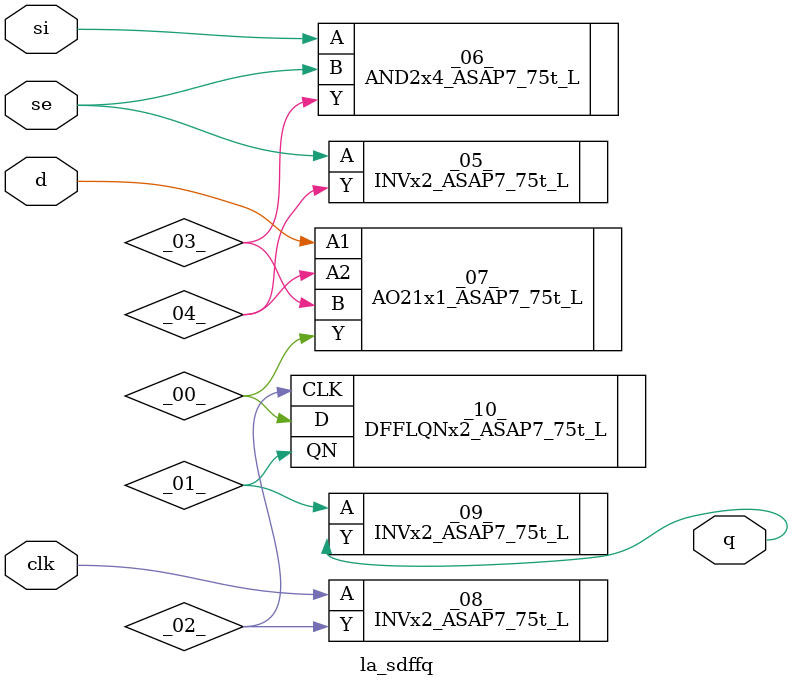
<source format=v>

/* Generated by Yosys 0.37 (git sha1 a5c7f69ed, clang 14.0.0-1ubuntu1.1 -fPIC -Os) */

module la_sdffq(d, si, se, clk, q);
  wire _00_;
  wire _01_;
  wire _02_;
  wire _03_;
  wire _04_;
  input clk;
  wire clk;
  input d;
  wire d;
  output q;
  wire q;
  input se;
  wire se;
  input si;
  wire si;
  INVx2_ASAP7_75t_L _05_ (
    .A(se),
    .Y(_04_)
  );
  AND2x4_ASAP7_75t_L _06_ (
    .A(si),
    .B(se),
    .Y(_03_)
  );
  AO21x1_ASAP7_75t_L _07_ (
    .A1(d),
    .A2(_04_),
    .B(_03_),
    .Y(_00_)
  );
  INVx2_ASAP7_75t_L _08_ (
    .A(clk),
    .Y(_02_)
  );
  INVx2_ASAP7_75t_L _09_ (
    .A(_01_),
    .Y(q)
  );
  DFFLQNx2_ASAP7_75t_L _10_ (
    .CLK(_02_),
    .D(_00_),
    .QN(_01_)
  );
endmodule

</source>
